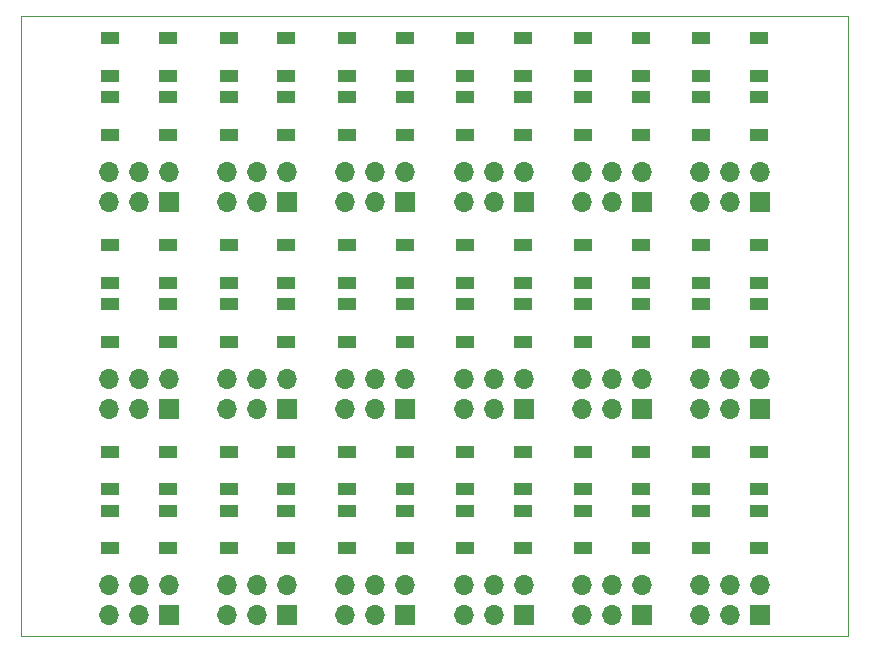
<source format=gbr>
G04 #@! TF.GenerationSoftware,KiCad,Pcbnew,5.1.10-88a1d61d58~90~ubuntu21.04.1*
G04 #@! TF.CreationDate,2021-10-15T10:00:42+02:00*
G04 #@! TF.ProjectId,IndicatorLeds,496e6469-6361-4746-9f72-4c6564732e6b,rev?*
G04 #@! TF.SameCoordinates,Original*
G04 #@! TF.FileFunction,Soldermask,Top*
G04 #@! TF.FilePolarity,Negative*
%FSLAX46Y46*%
G04 Gerber Fmt 4.6, Leading zero omitted, Abs format (unit mm)*
G04 Created by KiCad (PCBNEW 5.1.10-88a1d61d58~90~ubuntu21.04.1) date 2021-10-15 10:00:42*
%MOMM*%
%LPD*%
G01*
G04 APERTURE LIST*
G04 #@! TA.AperFunction,Profile*
%ADD10C,0.100000*%
G04 #@! TD*
%ADD11R,1.700000X1.700000*%
%ADD12O,1.700000X1.700000*%
%ADD13R,1.500000X1.000000*%
G04 APERTURE END LIST*
D10*
X45000000Y-49999000D02*
X110000000Y-49999000D01*
X45000000Y-102501000D02*
X45000000Y-49999000D01*
X115001000Y-102501000D02*
X45000000Y-102501000D01*
X115001000Y-49999000D02*
X115001000Y-102501000D01*
X110000000Y-49999000D02*
X115001000Y-49999000D01*
D11*
G04 #@! TO.C,J1*
X107529026Y-100761011D03*
D12*
X107529026Y-98221011D03*
X104989026Y-100761011D03*
X104989026Y-98221011D03*
X102449026Y-100761011D03*
X102449026Y-98221011D03*
G04 #@! TD*
D13*
G04 #@! TO.C,D1*
X107450026Y-95100011D03*
X107450026Y-91900011D03*
X102550026Y-95100011D03*
X102550026Y-91900011D03*
G04 #@! TD*
G04 #@! TO.C,D2*
X107450026Y-90100011D03*
X107450026Y-86900011D03*
X102550026Y-90100011D03*
X102550026Y-86900011D03*
G04 #@! TD*
D11*
G04 #@! TO.C,J1*
X97529021Y-100761011D03*
D12*
X97529021Y-98221011D03*
X94989021Y-100761011D03*
X94989021Y-98221011D03*
X92449021Y-100761011D03*
X92449021Y-98221011D03*
G04 #@! TD*
D13*
G04 #@! TO.C,D1*
X97450021Y-95100011D03*
X97450021Y-91900011D03*
X92550021Y-95100011D03*
X92550021Y-91900011D03*
G04 #@! TD*
G04 #@! TO.C,D2*
X97450021Y-90100011D03*
X97450021Y-86900011D03*
X92550021Y-90100011D03*
X92550021Y-86900011D03*
G04 #@! TD*
D11*
G04 #@! TO.C,J1*
X87529016Y-100761011D03*
D12*
X87529016Y-98221011D03*
X84989016Y-100761011D03*
X84989016Y-98221011D03*
X82449016Y-100761011D03*
X82449016Y-98221011D03*
G04 #@! TD*
D13*
G04 #@! TO.C,D1*
X87450016Y-95100011D03*
X87450016Y-91900011D03*
X82550016Y-95100011D03*
X82550016Y-91900011D03*
G04 #@! TD*
G04 #@! TO.C,D2*
X87450016Y-90100011D03*
X87450016Y-86900011D03*
X82550016Y-90100011D03*
X82550016Y-86900011D03*
G04 #@! TD*
D11*
G04 #@! TO.C,J1*
X77529011Y-100761011D03*
D12*
X77529011Y-98221011D03*
X74989011Y-100761011D03*
X74989011Y-98221011D03*
X72449011Y-100761011D03*
X72449011Y-98221011D03*
G04 #@! TD*
D13*
G04 #@! TO.C,D1*
X77450011Y-95100011D03*
X77450011Y-91900011D03*
X72550011Y-95100011D03*
X72550011Y-91900011D03*
G04 #@! TD*
G04 #@! TO.C,D2*
X77450011Y-90100011D03*
X77450011Y-86900011D03*
X72550011Y-90100011D03*
X72550011Y-86900011D03*
G04 #@! TD*
D11*
G04 #@! TO.C,J1*
X67529006Y-100761011D03*
D12*
X67529006Y-98221011D03*
X64989006Y-100761011D03*
X64989006Y-98221011D03*
X62449006Y-100761011D03*
X62449006Y-98221011D03*
G04 #@! TD*
D13*
G04 #@! TO.C,D1*
X67450006Y-95100011D03*
X67450006Y-91900011D03*
X62550006Y-95100011D03*
X62550006Y-91900011D03*
G04 #@! TD*
G04 #@! TO.C,D2*
X67450006Y-90100011D03*
X67450006Y-86900011D03*
X62550006Y-90100011D03*
X62550006Y-86900011D03*
G04 #@! TD*
D11*
G04 #@! TO.C,J1*
X57529001Y-100761011D03*
D12*
X57529001Y-98221011D03*
X54989001Y-100761011D03*
X54989001Y-98221011D03*
X52449001Y-100761011D03*
X52449001Y-98221011D03*
G04 #@! TD*
D13*
G04 #@! TO.C,D1*
X57450001Y-95100011D03*
X57450001Y-91900011D03*
X52550001Y-95100011D03*
X52550001Y-91900011D03*
G04 #@! TD*
G04 #@! TO.C,D2*
X57450001Y-90100011D03*
X57450001Y-86900011D03*
X52550001Y-90100011D03*
X52550001Y-86900011D03*
G04 #@! TD*
D11*
G04 #@! TO.C,J1*
X107529026Y-83261006D03*
D12*
X107529026Y-80721006D03*
X104989026Y-83261006D03*
X104989026Y-80721006D03*
X102449026Y-83261006D03*
X102449026Y-80721006D03*
G04 #@! TD*
D13*
G04 #@! TO.C,D1*
X107450026Y-77600006D03*
X107450026Y-74400006D03*
X102550026Y-77600006D03*
X102550026Y-74400006D03*
G04 #@! TD*
G04 #@! TO.C,D2*
X107450026Y-72600006D03*
X107450026Y-69400006D03*
X102550026Y-72600006D03*
X102550026Y-69400006D03*
G04 #@! TD*
D11*
G04 #@! TO.C,J1*
X97529021Y-83261006D03*
D12*
X97529021Y-80721006D03*
X94989021Y-83261006D03*
X94989021Y-80721006D03*
X92449021Y-83261006D03*
X92449021Y-80721006D03*
G04 #@! TD*
D13*
G04 #@! TO.C,D1*
X97450021Y-77600006D03*
X97450021Y-74400006D03*
X92550021Y-77600006D03*
X92550021Y-74400006D03*
G04 #@! TD*
G04 #@! TO.C,D2*
X97450021Y-72600006D03*
X97450021Y-69400006D03*
X92550021Y-72600006D03*
X92550021Y-69400006D03*
G04 #@! TD*
D11*
G04 #@! TO.C,J1*
X87529016Y-83261006D03*
D12*
X87529016Y-80721006D03*
X84989016Y-83261006D03*
X84989016Y-80721006D03*
X82449016Y-83261006D03*
X82449016Y-80721006D03*
G04 #@! TD*
D13*
G04 #@! TO.C,D1*
X87450016Y-77600006D03*
X87450016Y-74400006D03*
X82550016Y-77600006D03*
X82550016Y-74400006D03*
G04 #@! TD*
G04 #@! TO.C,D2*
X87450016Y-72600006D03*
X87450016Y-69400006D03*
X82550016Y-72600006D03*
X82550016Y-69400006D03*
G04 #@! TD*
D11*
G04 #@! TO.C,J1*
X77529011Y-83261006D03*
D12*
X77529011Y-80721006D03*
X74989011Y-83261006D03*
X74989011Y-80721006D03*
X72449011Y-83261006D03*
X72449011Y-80721006D03*
G04 #@! TD*
D13*
G04 #@! TO.C,D1*
X77450011Y-77600006D03*
X77450011Y-74400006D03*
X72550011Y-77600006D03*
X72550011Y-74400006D03*
G04 #@! TD*
G04 #@! TO.C,D2*
X77450011Y-72600006D03*
X77450011Y-69400006D03*
X72550011Y-72600006D03*
X72550011Y-69400006D03*
G04 #@! TD*
D11*
G04 #@! TO.C,J1*
X67529006Y-83261006D03*
D12*
X67529006Y-80721006D03*
X64989006Y-83261006D03*
X64989006Y-80721006D03*
X62449006Y-83261006D03*
X62449006Y-80721006D03*
G04 #@! TD*
D13*
G04 #@! TO.C,D1*
X67450006Y-77600006D03*
X67450006Y-74400006D03*
X62550006Y-77600006D03*
X62550006Y-74400006D03*
G04 #@! TD*
G04 #@! TO.C,D2*
X67450006Y-72600006D03*
X67450006Y-69400006D03*
X62550006Y-72600006D03*
X62550006Y-69400006D03*
G04 #@! TD*
D11*
G04 #@! TO.C,J1*
X57529001Y-83261006D03*
D12*
X57529001Y-80721006D03*
X54989001Y-83261006D03*
X54989001Y-80721006D03*
X52449001Y-83261006D03*
X52449001Y-80721006D03*
G04 #@! TD*
D13*
G04 #@! TO.C,D1*
X57450001Y-77600006D03*
X57450001Y-74400006D03*
X52550001Y-77600006D03*
X52550001Y-74400006D03*
G04 #@! TD*
G04 #@! TO.C,D2*
X57450001Y-72600006D03*
X57450001Y-69400006D03*
X52550001Y-72600006D03*
X52550001Y-69400006D03*
G04 #@! TD*
D11*
G04 #@! TO.C,J1*
X107529026Y-65761001D03*
D12*
X107529026Y-63221001D03*
X104989026Y-65761001D03*
X104989026Y-63221001D03*
X102449026Y-65761001D03*
X102449026Y-63221001D03*
G04 #@! TD*
D13*
G04 #@! TO.C,D1*
X107450026Y-60100001D03*
X107450026Y-56900001D03*
X102550026Y-60100001D03*
X102550026Y-56900001D03*
G04 #@! TD*
G04 #@! TO.C,D2*
X107450026Y-55100001D03*
X107450026Y-51900001D03*
X102550026Y-55100001D03*
X102550026Y-51900001D03*
G04 #@! TD*
D11*
G04 #@! TO.C,J1*
X97529021Y-65761001D03*
D12*
X97529021Y-63221001D03*
X94989021Y-65761001D03*
X94989021Y-63221001D03*
X92449021Y-65761001D03*
X92449021Y-63221001D03*
G04 #@! TD*
D13*
G04 #@! TO.C,D1*
X97450021Y-60100001D03*
X97450021Y-56900001D03*
X92550021Y-60100001D03*
X92550021Y-56900001D03*
G04 #@! TD*
G04 #@! TO.C,D2*
X97450021Y-55100001D03*
X97450021Y-51900001D03*
X92550021Y-55100001D03*
X92550021Y-51900001D03*
G04 #@! TD*
D11*
G04 #@! TO.C,J1*
X87529016Y-65761001D03*
D12*
X87529016Y-63221001D03*
X84989016Y-65761001D03*
X84989016Y-63221001D03*
X82449016Y-65761001D03*
X82449016Y-63221001D03*
G04 #@! TD*
D13*
G04 #@! TO.C,D1*
X87450016Y-60100001D03*
X87450016Y-56900001D03*
X82550016Y-60100001D03*
X82550016Y-56900001D03*
G04 #@! TD*
G04 #@! TO.C,D2*
X87450016Y-55100001D03*
X87450016Y-51900001D03*
X82550016Y-55100001D03*
X82550016Y-51900001D03*
G04 #@! TD*
D11*
G04 #@! TO.C,J1*
X77529011Y-65761001D03*
D12*
X77529011Y-63221001D03*
X74989011Y-65761001D03*
X74989011Y-63221001D03*
X72449011Y-65761001D03*
X72449011Y-63221001D03*
G04 #@! TD*
D13*
G04 #@! TO.C,D1*
X77450011Y-60100001D03*
X77450011Y-56900001D03*
X72550011Y-60100001D03*
X72550011Y-56900001D03*
G04 #@! TD*
G04 #@! TO.C,D2*
X77450011Y-55100001D03*
X77450011Y-51900001D03*
X72550011Y-55100001D03*
X72550011Y-51900001D03*
G04 #@! TD*
D11*
G04 #@! TO.C,J1*
X67529006Y-65761001D03*
D12*
X67529006Y-63221001D03*
X64989006Y-65761001D03*
X64989006Y-63221001D03*
X62449006Y-65761001D03*
X62449006Y-63221001D03*
G04 #@! TD*
D13*
G04 #@! TO.C,D1*
X67450006Y-60100001D03*
X67450006Y-56900001D03*
X62550006Y-60100001D03*
X62550006Y-56900001D03*
G04 #@! TD*
G04 #@! TO.C,D2*
X67450006Y-55100001D03*
X67450006Y-51900001D03*
X62550006Y-55100001D03*
X62550006Y-51900001D03*
G04 #@! TD*
D11*
G04 #@! TO.C,J1*
X57529001Y-65761001D03*
D12*
X57529001Y-63221001D03*
X54989001Y-65761001D03*
X54989001Y-63221001D03*
X52449001Y-65761001D03*
X52449001Y-63221001D03*
G04 #@! TD*
D13*
G04 #@! TO.C,D1*
X57450001Y-60100001D03*
X57450001Y-56900001D03*
X52550001Y-60100001D03*
X52550001Y-56900001D03*
G04 #@! TD*
G04 #@! TO.C,D2*
X57450001Y-55100001D03*
X57450001Y-51900001D03*
X52550001Y-55100001D03*
X52550001Y-51900001D03*
G04 #@! TD*
M02*

</source>
